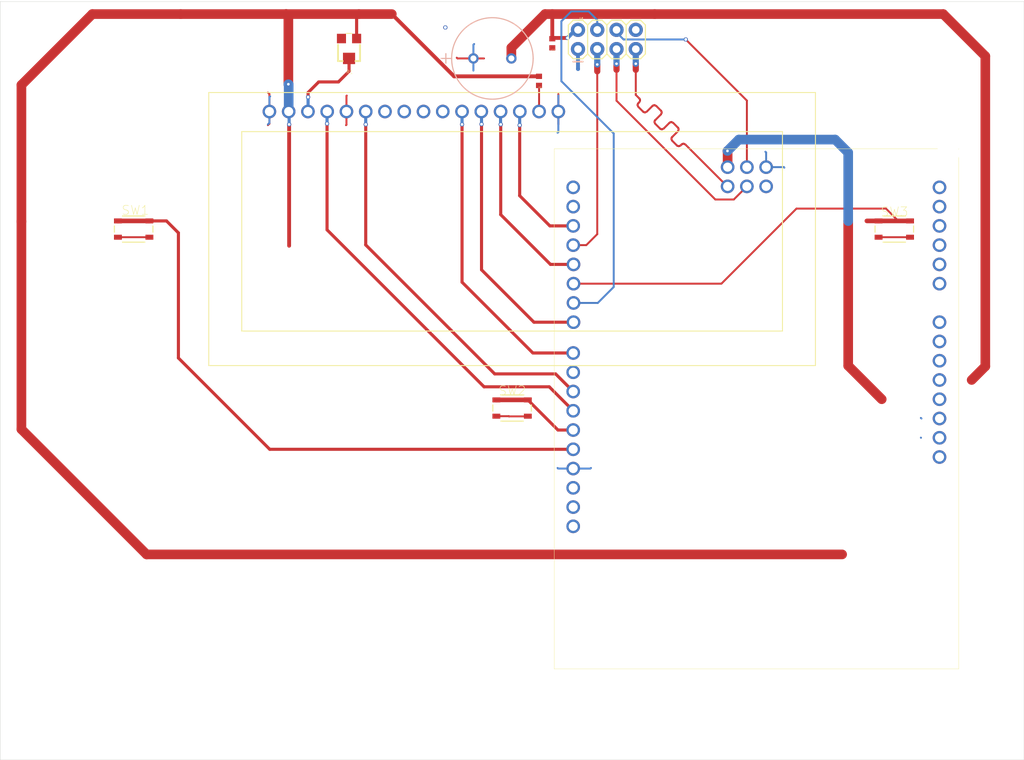
<source format=kicad_pcb>
(kicad_pcb (version 20221018) (generator pcbnew)
  (layers (0 "F.Cu" signal) (31 "B.Cu" signal) (34 "B.Paste" user) (35 "F.Paste" user) (36 "B.SilkS" user "B.Silkscreen") (37 "F.SilkS" user "F.Silkscreen") (38 "B.Mask" user) (39 "F.Mask" user) (44 "Edge.Cuts" user))
  (net 0 "")
  (net 1 "VDD5")
  (net 2 "GND")
  (net 3 "SCK")
  (net 4 "VDD")
  (net 5 "NC")
  (net 6 "PWM9")
  (net 7 "SW1")
  (net 8 "SW2")
  (net 9 "A5")
  (net 10 "A4")
  (net 11 "A3")
  (net 12 "A2")
  (net 13 "A1")
  (net 14 "A0")
  (net 15 "AREF")
  (net 16 "SDA")
  (net 17 "SCL")
  (net 18 "D4")
  (net 19 "D5")
  (net 20 "D6")
  (net 21 "D7")
  (net 22 "N$39")
  (net 23 "E")
  (net 24 "RS")
  (net 25 "V0")
  (net 26 "SW3")
  (net 27 "RCE")
  (net 28 "MISO")
  (net 29 "N$9")
  (net 30 "CSN")
  (net 31 "MOSI")
  (footprint "" (layer "F.Cu") (at 206.0011 75.0036)
    (fp_text reference "@HOLE2" hide)
    (fp_text value "" (at 0 0) (layer "F.SilkS") (effects (font (size 1.27 1.27))))
    (pad "" np_thru_hole circle (at 0 0) (size 3 3) (drill 3) (layers "*.Cu" "*.Mask"))
  )
  (footprint "Arduino_Shield_RC_Controller:0402" (layer "F.Cu") (at 152.0511 65.4636 180)
    (fp_text reference "R5" (at -0.381 -0.889) (layer "F.SilkS") (effects (font (size 0.235306 0.235306) (thickness 0.018694)) (justify right)))
    (fp_text value "470R0")
    (pad "P$1" smd rect (at 0 -0.6 180) (size 0.8 0.7) (layers "F.Cu" "F.Paste" "F.Mask") (net 22 "N$39"))
    (pad "P$2" smd rect (at 0 0.6 180) (size 0.8 0.7) (layers "F.Cu" "F.Paste" "F.Mask") (net 1 "VDD5"))
  )
  (footprint "" (layer "F.Cu") (at 91.0011 75.0036)
    (fp_text reference "@HOLE3" hide)
    (fp_text value "" (at 0 0) (layer "F.SilkS") (effects (font (size 1.27 1.27))))
    (pad "" np_thru_hole circle (at 0 0) (size 3 3) (drill 3) (layers "*.Cu" "*.Mask"))
  )
  (footprint "Arduino_Shield_RC_Controller:PTS810" (layer "F.Cu") (at 148.5011 108.6036)
    (fp_text reference "SW2" (at -1.8496 -2.286) (layer "F.SilkS") (effects (font (size 1.198372 1.198372) (thickness 0.071628)) (justify left)))
    (fp_text value "PTS810SJG250SMTRLFS" hide)
    (fp_line (start -2.54 -0.4064) (end -2.54 0.4064) (stroke (width 0.1524)) (layer "F.SilkS"))
    (fp_line (start -1.4732 1.7272) (end 1.4732 1.7272) (stroke (width 0.1524)) (layer "F.SilkS"))
    (fp_line (start 1.4732 -1.7272) (end -1.4732 -1.7272) (stroke (width 0.1524)) (layer "F.SilkS"))
    (fp_line (start 2.54 0.4064) (end 2.54 -0.4064) (stroke (width 0.1524)) (layer "F.SilkS"))
    (pad "1" smd rect (at -2.075 -1.075) (size 1.0414 0.6604) (layers "F.Cu" "F.Paste" "F.Mask") (net 8 "SW2"))
    (pad "2" smd rect (at 2.075 -1.075 180) (size 1.0414 0.6604) (layers "F.Cu" "F.Paste" "F.Mask") (net 8 "SW2"))
    (pad "3" smd rect (at -2.075 1.075) (size 1.0414 0.6604) (layers "F.Cu" "F.Paste" "F.Mask") (net 2 "GND"))
    (pad "4" smd rect (at 2.075 1.075 180) (size 1.0414 0.6604) (layers "F.Cu" "F.Paste" "F.Mask") (net 2 "GND"))
  )
  (footprint "" (layer "F.Cu") (at 91.0011 149.0036)
    (fp_text reference "@HOLE0" hide)
    (fp_text value "" (at 0 0) (layer "F.SilkS") (effects (font (size 1.27 1.27))))
    (pad "" np_thru_hole circle (at 0 0) (size 3 3) (drill 3) (layers "*.Cu" "*.Mask"))
  )
  (footprint "Arduino_Shield_RC_Controller:PTS810" (layer "F.Cu") (at 198.9011 85.0036)
    (fp_text reference "SW3" (at -1.8496 -2.286) (layer "F.SilkS") (effects (font (size 1.198372 1.198372) (thickness 0.071628)) (justify left)))
    (fp_text value "PTS810SJG250SMTRLFS" hide)
    (fp_line (start -2.54 -0.4064) (end -2.54 0.4064) (stroke (width 0.1524)) (layer "F.SilkS"))
    (fp_line (start -1.4732 1.7272) (end 1.4732 1.7272) (stroke (width 0.1524)) (layer "F.SilkS"))
    (fp_line (start 1.4732 -1.7272) (end -1.4732 -1.7272) (stroke (width 0.1524)) (layer "F.SilkS"))
    (fp_line (start 2.54 0.4064) (end 2.54 -0.4064) (stroke (width 0.1524)) (layer "F.SilkS"))
    (pad "1" smd rect (at -2.075 -1.075) (size 1.0414 0.6604) (layers "F.Cu" "F.Paste" "F.Mask") (net 26 "SW3"))
    (pad "2" smd rect (at 2.075 -1.075 180) (size 1.0414 0.6604) (layers "F.Cu" "F.Paste" "F.Mask") (net 26 "SW3"))
    (pad "3" smd rect (at -2.075 1.075) (size 1.0414 0.6604) (layers "F.Cu" "F.Paste" "F.Mask") (net 2 "GND"))
    (pad "4" smd rect (at 2.075 1.075 180) (size 1.0414 0.6604) (layers "F.Cu" "F.Paste" "F.Mask") (net 2 "GND"))
  )
  (footprint "Arduino_Shield_RC_Controller:2X4" (layer "F.Cu") (at 161.0011 60.0036)
    (fp_text reference "J1" (at -3.81 -2.667) (layer "F.SilkS") (effects (font (size 0.446837 0.446837) (thickness 0.061163)) (justify left)))
    (fp_text value "")
    (fp_line (start -4.445 2.921) (end -3.175 2.921) (stroke (width 0.2032)) (layer "B.SilkS"))
    (fp_line (start -5.08 -1.905) (end -4.445 -2.54) (stroke (width 0.1524)) (layer "F.SilkS"))
    (fp_line (start -5.08 1.905) (end -5.08 -1.905) (stroke (width 0.1524)) (layer "F.SilkS"))
    (fp_line (start -5.08 1.905) (end -4.445 2.54) (stroke (width 0.1524)) (layer "F.SilkS"))
    (fp_line (start -4.445 -2.54) (end -3.175 -2.54) (stroke (width 0.1524)) (layer "F.SilkS"))
    (fp_line (start -4.445 2.54) (end -3.175 2.54) (stroke (width 0.1524)) (layer "F.SilkS"))
    (fp_line (start -4.445 2.921) (end -3.175 2.921) (stroke (width 0.2032)) (layer "F.SilkS"))
    (fp_line (start -3.175 -2.54) (end -2.54 -1.905) (stroke (width 0.1524)) (layer "F.SilkS"))
    (fp_line (start -3.175 2.54) (end -2.54 1.905) (stroke (width 0.1524)) (layer "F.SilkS"))
    (fp_line (start -2.54 -1.905) (end -2.54 1.905) (stroke (width 0.1524)) (layer "F.SilkS"))
    (fp_line (start -2.54 -1.905) (end -1.905 -2.54) (stroke (width 0.1524)) (layer "F.SilkS"))
    (fp_line (start -2.54 1.905) (end -1.905 2.54) (stroke (width 0.1524)) (layer "F.SilkS"))
    (fp_line (start -1.905 -2.54) (end -0.635 -2.54) (stroke (width 0.1524)) (layer "F.SilkS"))
    (fp_line (start -1.905 2.54) (end -0.635 2.54) (stroke (width 0.1524)) (layer "F.SilkS"))
    (fp_line (start -0.635 -2.54) (end 0 -1.905) (stroke (width 0.1524)) (layer "F.SilkS"))
    (fp_line (start -0.635 2.54) (end 0 1.905) (stroke (width 0.1524)) (layer "F.SilkS"))
    (fp_line (start 0 -1.905) (end 0 1.905) (stroke (width 0.1524)) (layer "F.SilkS"))
    (fp_line (start 0 -1.905) (end 0.635 -2.54) (stroke (width 0.1524)) (layer "F.SilkS"))
    (fp_line (start 0 1.905) (end 0.635 2.54) (stroke (width 0.1524)) (layer "F.SilkS"))
    (fp_line (start 0.635 -2.54) (end 1.905 -2.54) (stroke (width 0.1524)) (layer "F.SilkS"))
    (fp_line (start 0.635 2.54) (end 1.905 2.54) (stroke (width 0.1524)) (layer "F.SilkS"))
    (fp_line (start 1.905 -2.54) (end 2.54 -1.905) (stroke (width 0.1524)) (layer "F.SilkS"))
    (fp_line (start 1.905 2.54) (end 2.54 1.905) (stroke (width 0.1524)) (layer "F.SilkS"))
    (fp_line (start 2.54 -1.905) (end 2.54 1.905) (stroke (width 0.1524)) (layer "F.SilkS"))
    (fp_line (start 2.54 -1.905) (end 3.175 -2.54) (stroke (width 0.1524)) (layer "F.SilkS"))
    (fp_line (start 2.54 1.905) (end 3.175 2.54) (stroke (width 0.1524)) (layer "F.SilkS"))
    (fp_line (start 3.175 -2.54) (end 4.445 -2.54) (stroke (width 0.1524)) (layer "F.SilkS"))
    (fp_line (start 3.175 2.54) (end 4.445 2.54) (stroke (width 0.1524)) (layer "F.SilkS"))
    (fp_line (start 4.445 -2.54) (end 5.08 -1.905) (stroke (width 0.1524)) (layer "F.SilkS"))
    (fp_line (start 4.445 2.54) (end 5.08 1.905) (stroke (width 0.1524)) (layer "F.SilkS"))
    (fp_line (start 5.08 -1.905) (end 5.08 1.905) (stroke (width 0.1524)) (layer "F.SilkS"))
    (pad "1" thru_hole circle (at -3.81 1.27) (size 1.8796 1.8796) (drill 1) (layers "*.Cu" "*.Mask") (net 2 "GND"))
    (pad "2" thru_hole circle (at -3.81 -1.27) (size 1.8796 1.8796) (drill 1) (layers "*.Cu" "*.Mask") (net 4 "VDD"))
    (pad "3" thru_hole circle (at -1.27 1.27) (size 1.8796 1.8796) (drill 1) (layers "*.Cu" "*.Mask") (net 27 "RCE"))
    (pad "4" thru_hole circle (at -1.27 -1.27) (size 1.8796 1.8796) (drill 1) (layers "*.Cu" "*.Mask") (net 30 "CSN"))
    (pad "5" thru_hole circle (at 1.27 1.27) (size 1.8796 1.8796) (drill 1) (layers "*.Cu" "*.Mask") (net 3 "SCK"))
    (pad "6" thru_hole circle (at 1.27 -1.27) (size 1.8796 1.8796) (drill 1) (layers "*.Cu" "*.Mask") (net 31 "MOSI"))
    (pad "7" thru_hole circle (at 3.81 1.27) (size 1.8796 1.8796) (drill 1) (layers "*.Cu" "*.Mask") (net 28 "MISO"))
    (pad "8" thru_hole circle (at 3.81 -1.27) (size 1.8796 1.8796) (drill 1) (layers "*.Cu" "*.Mask") (net 5 "NC"))
  )
  (footprint "" (layer "F.Cu") (at 206.0011 149.0036)
    (fp_text reference "@HOLE1" hide)
    (fp_text value "" (at 0 0) (layer "F.SilkS") (effects (font (size 1.27 1.27))))
    (pad "" np_thru_hole circle (at 0 0) (size 3 3) (drill 3) (layers "*.Cu" "*.Mask"))
  )
  (footprint "Arduino_Shield_RC_Controller:ARDUINO_R3" (layer "F.Cu") (at 207.4011 143.0036 90)
    (fp_text reference "AR1" hide)
    (fp_text value "" hide)
    (fp_line (start 0 -53.34) (end 68.58 -53.34) (stroke (width 0.05)) (layer "F.SilkS"))
    (fp_line (start 0 0) (end 0 -53.34) (stroke (width 0.05)) (layer "F.SilkS"))
    (fp_line (start 68.58 -53.34) (end 68.58 0) (stroke (width 0.05)) (layer "F.SilkS"))
    (fp_line (start 68.58 0) (end 0 0) (stroke (width 0.05)) (layer "F.SilkS"))
    (pad "P1" thru_hole circle (at 18.8 -50.84 90) (size 1.8 1.8) (drill 1.2) (layers "*.Cu" "*.Mask") (net 17 "SCL"))
    (pad "P2" thru_hole circle (at 21.34 -50.84 90) (size 1.8 1.8) (drill 1.2) (layers "*.Cu" "*.Mask") (net 16 "SDA"))
    (pad "P3" thru_hole circle (at 23.88 -50.84 90) (size 1.8 1.8) (drill 1.2) (layers "*.Cu" "*.Mask") (net 15 "AREF"))
    (pad "P4" thru_hole circle (at 26.42 -50.84 90) (size 1.8 1.8) (drill 1.2) (layers "*.Cu" "*.Mask") (net 2 "GND"))
    (pad "P5" thru_hole circle (at 28.96 -50.84 90) (size 1.8 1.8) (drill 1.2) (layers "*.Cu" "*.Mask") (net 7 "SW1"))
    (pad "P6" thru_hole circle (at 31.5 -50.84 90) (size 1.8 1.8) (drill 1.2) (layers "*.Cu" "*.Mask") (net 8 "SW2"))
    (pad "P7" thru_hole circle (at 34.04 -50.84 90) (size 1.8 1.8) (drill 1.2) (layers "*.Cu" "*.Mask") (net 24 "RS"))
    (pad "P8" thru_hole circle (at 36.58 -50.84 90) (size 1.8 1.8) (drill 1.2) (layers "*.Cu" "*.Mask") (net 23 "E"))
    (pad "P9" thru_hole circle (at 39.12 -50.84 90) (size 1.8 1.8) (drill 1.2) (layers "*.Cu" "*.Mask") (net 6 "PWM9"))
    (pad "P10" thru_hole circle (at 41.66 -50.84 90) (size 1.8 1.8) (drill 1.2) (layers "*.Cu" "*.Mask") (net 18 "D4"))
    (pad "P11" thru_hole circle (at 45.72 -50.8 90) (size 1.8 1.8) (drill 1.2) (layers "*.Cu" "*.Mask") (net 19 "D5"))
    (pad "P12" thru_hole circle (at 48.26 -50.8 90) (size 1.8 1.8) (drill 1.2) (layers "*.Cu" "*.Mask") (net 30 "CSN"))
    (pad "P13" thru_hole circle (at 50.8 -50.8 90) (size 1.8 1.8) (drill 1.2) (layers "*.Cu" "*.Mask") (net 26 "SW3"))
    (pad "P14" thru_hole circle (at 53.34 -50.8 90) (size 1.8 1.8) (drill 1.2) (layers "*.Cu" "*.Mask") (net 20 "D6"))
    (pad "P15" thru_hole circle (at 55.88 -50.84 90) (size 1.8 1.8) (drill 1.2) (layers "*.Cu" "*.Mask") (net 27 "RCE"))
    (pad "P16" thru_hole circle (at 58.42 -50.84 90) (size 1.8 1.8) (drill 1.2) (layers "*.Cu" "*.Mask") (net 21 "D7"))
    (pad "P17" thru_hole circle (at 60.96 -50.84 90) (size 1.8 1.8) (drill 1.2) (layers "*.Cu" "*.Mask") (net 5 "NC"))
    (pad "P18" thru_hole circle (at 63.5 -50.84 90) (size 1.8 1.8) (drill 1.2) (layers "*.Cu" "*.Mask") (net 5 "NC"))
    (pad "P19" thru_hole circle (at 63.627 -30.48 90) (size 1.8 1.8) (drill 1.2) (layers "*.Cu" "*.Mask") (net 28 "MISO"))
    (pad "P20" thru_hole circle (at 66.167 -30.48 90) (size 1.8 1.8) (drill 1.2) (layers "*.Cu" "*.Mask") (net 1 "VDD5"))
    (pad "P21" thru_hole circle (at 63.627 -27.94 90) (size 1.8 1.8) (drill 1.2) (layers "*.Cu" "*.Mask") (net 3 "SCK"))
    (pad "P22" thru_hole circle (at 66.167 -27.94 90) (size 1.8 1.8) (drill 1.2) (layers "*.Cu" "*.Mask") (net 31 "MOSI"))
    (pad "P23" thru_hole circle (at 63.627 -25.4 90) (size 1.8 1.8) (drill 1.2) (layers "*.Cu" "*.Mask") (net 29 "N$9"))
    (pad "P24" thru_hole circle (at 66.167 -25.4 90) (size 1.8 1.8) (drill 1.2) (layers "*.Cu" "*.Mask") (net 2 "GND"))
    (pad "P25" thru_hole circle (at 63.5 -2.54 90) (size 1.8 1.8) (drill 1.2) (layers "*.Cu" "*.Mask") (net 9 "A5"))
    (pad "P26" thru_hole circle (at 60.96 -2.54 90) (size 1.8 1.8) (drill 1.2) (layers "*.Cu" "*.Mask") (net 10 "A4"))
    (pad "P27" thru_hole circle (at 58.42 -2.54 90) (size 1.8 1.8) (drill 1.2) (layers "*.Cu" "*.Mask") (net 11 "A3"))
    (pad "P28" thru_hole circle (at 55.88 -2.54 90) (size 1.8 1.8) (drill 1.2) (layers "*.Cu" "*.Mask") (net 12 "A2"))
    (pad "P29" thru_hole circle (at 53.34 -2.54 90) (size 1.8 1.8) (drill 1.2) (layers "*.Cu" "*.Mask") (net 13 "A1"))
    (pad "P30" thru_hole circle (at 50.8 -2.54 90) (size 1.8 1.8) (drill 1.2) (layers "*.Cu" "*.Mask") (net 14 "A0"))
    (pad "P31" thru_hole circle (at 45.72 -2.54 90) (size 1.8 1.8) (drill 1.2) (layers "*.Cu" "*.Mask") (net 1 "VDD5"))
    (pad "P32" thru_hole circle (at 43.18 -2.54 90) (size 1.8 1.8) (drill 1.2) (layers "*.Cu" "*.Mask") (net 2 "GND"))
    (pad "P33" thru_hole circle (at 40.64 -2.54 90) (size 1.8 1.8) (drill 1.2) (layers "*.Cu" "*.Mask") (net 2 "GND"))
    (pad "P34" thru_hole circle (at 38.1 -2.54 90) (size 1.8 1.8) (drill 1.2) (layers "*.Cu" "*.Mask") (net 1 "VDD5"))
    (pad "P35" thru_hole circle (at 35.56 -2.54 90) (size 1.8 1.8) (drill 1.2) (layers "*.Cu" "*.Mask") (net 4 "VDD"))
    (pad "P36" thru_hole circle (at 33.02 -2.54 90) (size 1.8 1.8) (drill 1.2) (layers "*.Cu" "*.Mask") (net 5 "NC"))
    (pad "P37" thru_hole circle (at 30.48 -2.54 90) (size 1.8 1.8) (drill 1.2) (layers "*.Cu" "*.Mask") (net 5 "NC"))
    (pad "P38" thru_hole circle (at 27.94 -2.54 90) (size 1.8 1.8) (drill 1.2) (layers "*.Cu" "*.Mask") (net 5 "NC"))
  )
  (footprint "Arduino_Shield_RC_Controller:PTS810" (layer "F.Cu") (at 98.6011 85.0036)
    (fp_text reference "SW1" (at -1.6496 -2.486) (layer "F.SilkS") (effects (font (size 1.198372 1.198372) (thickness 0.071628)) (justify left)))
    (fp_text value "PTS810SJG250SMTRLFS" hide)
    (fp_line (start -2.54 -0.4064) (end -2.54 0.4064) (stroke (width 0.1524)) (layer "F.SilkS"))
    (fp_line (start -1.4732 1.7272) (end 1.4732 1.7272) (stroke (width 0.1524)) (layer "F.SilkS"))
    (fp_line (start 1.4732 -1.7272) (end -1.4732 -1.7272) (stroke (width 0.1524)) (layer "F.SilkS"))
    (fp_line (start 2.54 0.4064) (end 2.54 -0.4064) (stroke (width 0.1524)) (layer "F.SilkS"))
    (pad "1" smd rect (at -2.075 -1.075) (size 1.0414 0.6604) (layers "F.Cu" "F.Paste" "F.Mask") (net 7 "SW1"))
    (pad "2" smd rect (at 2.075 -1.075 180) (size 1.0414 0.6604) (layers "F.Cu" "F.Paste" "F.Mask") (net 7 "SW1"))
    (pad "3" smd rect (at -2.075 1.075) (size 1.0414 0.6604) (layers "F.Cu" "F.Paste" "F.Mask") (net 2 "GND"))
    (pad "4" smd rect (at 2.075 1.075 180) (size 1.0414 0.6604) (layers "F.Cu" "F.Paste" "F.Mask") (net 2 "GND"))
  )
  (footprint "Arduino_Shield_RC_Controller:0402" (layer "F.Cu") (at 153.8011 60.5036 180)
    (fp_text reference "C1" (at -0.381 -0.889) (layer "F.SilkS") (effects (font (size 0.235306 0.235306) (thickness 0.018694)) (justify right)))
    (fp_text value "0.1uF")
    (pad "P$1" smd rect (at 0 -0.6 180) (size 0.8 0.7) (layers "F.Cu" "F.Paste" "F.Mask") (net 2 "GND"))
    (pad "P$2" smd rect (at 0 0.6 180) (size 0.8 0.7) (layers "F.Cu" "F.Paste" "F.Mask") (net 4 "VDD"))
  )
  (footprint "Arduino_Shield_RC_Controller:ADM1602K" (layer "F.Cu") (at 148.5011 85.0036)
    (fp_text reference "LCD1" hide)
    (fp_text value "" hide)
    (fp_line (start -40 -18) (end 40 -18) (stroke (width 0.127)) (layer "F.SilkS"))
    (fp_line (start -40 18) (end -40 -18) (stroke (width 0.127)) (layer "F.SilkS"))
    (fp_line (start -35.65 -12.85) (end 35.65 -12.85) (stroke (width 0.127)) (layer "F.SilkS"))
    (fp_line (start -35.65 13.45) (end -35.65 -12.85) (stroke (width 0.127)) (layer "F.SilkS"))
    (fp_line (start 35.65 -12.85) (end 35.65 13.45) (stroke (width 0.127)) (layer "F.SilkS"))
    (fp_line (start 35.65 13.45) (end -35.65 13.45) (stroke (width 0.127)) (layer "F.SilkS"))
    (fp_line (start 40 -18) (end 40 18) (stroke (width 0.127)) (layer "F.SilkS"))
    (fp_line (start 40 18) (end -40 18) (stroke (width 0.127)) (layer "F.SilkS"))
    (pad "" np_thru_hole circle (at -37.5 -15.5) (size 3 3) (drill 3) (layers "*.Cu" "*.Mask"))
    (pad "" np_thru_hole circle (at -37.5 15.5) (size 3 3) (drill 3) (layers "*.Cu" "*.Mask"))
    (pad "" np_thru_hole circle (at 37.5 -15.5) (size 3 3) (drill 3) (layers "*.Cu" "*.Mask"))
    (pad "" np_thru_hole circle (at 37.5 15.5) (size 3 3) (drill 3) (layers "*.Cu" "*.Mask"))
    (pad "P1" thru_hole circle (at -32 -15.5) (size 1.8 1.8) (drill 1.2) (layers "*.Cu" "*.Mask") (net 2 "GND"))
    (pad "P2" thru_hole circle (at -29.46 -15.5) (size 1.8 1.8) (drill 1.2) (layers "*.Cu" "*.Mask") (net 1 "VDD5"))
    (pad "P3" thru_hole circle (at -26.92 -15.5) (size 1.8 1.8) (drill 1.2) (layers "*.Cu" "*.Mask") (net 25 "V0"))
    (pad "P4" thru_hole circle (at -24.38 -15.5) (size 1.8 1.8) (drill 1.2) (layers "*.Cu" "*.Mask") (net 24 "RS"))
    (pad "P5" thru_hole circle (at -21.84 -15.5) (size 1.8 1.8) (drill 1.2) (layers "*.Cu" "*.Mask") (net 2 "GND"))
    (pad "P6" thru_hole circle (at -19.3 -15.5) (size 1.8 1.8) (drill 1.2) (layers "*.Cu" "*.Mask") (net 23 "E"))
    (pad "P7" thru_hole circle (at -16.76 -15.5) (size 1.8 1.8) (drill 1.2) (layers "*.Cu" "*.Mask") (net 5 "NC"))
    (pad "P8" thru_hole circle (at -14.22 -15.5) (size 1.8 1.8) (drill 1.2) (layers "*.Cu" "*.Mask") (net 5 "NC"))
    (pad "P9" thru_hole circle (at -11.68 -15.5) (size 1.8 1.8) (drill 1.2) (layers "*.Cu" "*.Mask") (net 5 "NC"))
    (pad "P10" thru_hole circle (at -9.14 -15.5) (size 1.8 1.8) (drill 1.2) (layers "*.Cu" "*.Mask") (net 5 "NC"))
    (pad "P11" thru_hole circle (at -6.6 -15.5) (size 1.8 1.8) (drill 1.2) (layers "*.Cu" "*.Mask") (net 18 "D4"))
    (pad "P12" thru_hole circle (at -4.06 -15.5) (size 1.8 1.8) (drill 1.2) (layers "*.Cu" "*.Mask") (net 19 "D5"))
    (pad "P13" thru_hole circle (at -1.52 -15.5) (size 1.8 1.8) (drill 1.2) (layers "*.Cu" "*.Mask") (net 20 "D6"))
    (pad "P14" thru_hole circle (at 1.02 -15.5) (size 1.8 1.8) (drill 1.2) (layers "*.Cu" "*.Mask") (net 21 "D7"))
    (pad "P15" thru_hole circle (at 3.56 -15.5) (size 1.8 1.8) (drill 1.2) (layers "*.Cu" "*.Mask") (net 22 "N$39"))
    (pad "P16" thru_hole circle (at 6.1 -15.5) (size 1.8 1.8) (drill 1.2) (layers "*.Cu" "*.Mask") (net 2 "GND"))
  )
  (footprint "Arduino_Shield_RC_Controller:RTRIM3103" (layer "F.Cu") (at 127.0011 61.1036 180)
    (fp_text reference "R1" (at 0.405 -3.195) (layer "F.SilkS") (effects (font (size 0.470611 0.470611) (thickness 0.037389)) (justify left)))
    (fp_text value "")
    (fp_line (start -1.45 -1.75) (end -0.85 -1.75) (stroke (width 0.254)) (layer "F.SilkS"))
    (fp_line (start -1.45 0.4) (end -1.45 -1.75) (stroke (width 0.254)) (layer "F.SilkS"))
    (fp_line (start -0.4 1.9) (end 0.4 1.9) (stroke (width 0.127)) (layer "F.SilkS"))
    (fp_line (start 1.45 -1.75) (end 0.85 -1.75) (stroke (width 0.254)) (layer "F.SilkS"))
    (fp_line (start 1.45 0.4) (end 1.45 -1.75) (stroke (width 0.254)) (layer "F.SilkS"))
    (pad "1" smd rect (at -1 1.225 180) (size 1.2 1.25) (layers "F.Cu" "F.Paste" "F.Mask") (net 1 "VDD5"))
    (pad "2" smd rect (at 0 -1.4 180) (size 1.6 1.5) (layers "F.Cu" "F.Paste" "F.Mask") (net 25 "V0"))
    (pad "3" smd rect (at 1 1.225 180) (size 1.2 1.25) (layers "F.Cu" "F.Paste" "F.Mask") (net 2 "GND"))
  )
  (footprint "Arduino_Shield_RC_Controller:CAP_YX_10X16_RUB" (layer "B.Cu") (at 143.4011 62.5036)
    (fp_text reference "C2")
    (fp_text value "CAP_470UF_RAD_TH" hide)
    (fp_line (start -4.2672 0) (end -2.9972 0) (stroke (width 0.1524)) (layer "B.SilkS"))
    (fp_line (start -3.6322 0.635) (end -3.6322 -0.635) (stroke (width 0.1524)) (layer "B.SilkS"))
    (fp_arc (start -2.8702 0) (mid 2.5019 -5.3721) (end 7.874 0) (stroke (width 0.1524)) (layer "B.SilkS"))
    (fp_arc (start 7.874 0) (mid 2.5019 5.3721) (end -2.8702 0) (stroke (width 0.1524)) (layer "B.SilkS"))
    (pad "1" thru_hole circle (at 0 0) (size 1.3716 1.3716) (drill 0.795) (layers "*.Cu" "*.Mask") (net 2 "GND"))
    (pad "2" thru_hole circle (at 5.0038 0 180) (size 1.3716 1.3716) (drill 0.795) (layers "*.Cu" "*.Mask") (net 4 "VDD"))
  )
  (gr_line (start 216.0011 155.0036) (end 216.0011 55.0036) (stroke (width 0.05)) (layer "Edge.Cuts"))
  (gr_line (start 81.0011 155.0036) (end 216.0011 155.0036) (stroke (width 0.05)) (layer "Edge.Cuts"))
  (gr_line (start 81.0011 55.0036) (end 81.0011 155.0036) (stroke (width 0.05)) (layer "Edge.Cuts"))
  (gr_line (start 216.0011 55.0036) (end 81.0011 55.0036) (stroke (width 0.05)) (layer "Edge.Cuts"))
  (segment (start 118.7011 56.6546) (end 104.8011 56.6546) (width 1.27) (layer "F.Cu") (net 1))
  (segment (start 192.0211 127.9036) (end 100.3011 127.9036) (width 1.27) (layer "F.Cu") (net 1))
  (segment (start 140.8511 64.8636) (end 132.6421 56.6546) (width 0.508) (layer "F.Cu") (net 1))
  (segment (start 93.1501 56.6546) (end 104.8011 56.6546) (width 1.27) (layer "F.Cu") (net 1))
  (segment (start 104.5501 56.6546) (end 104.8011 56.6546) (width 0.254) (layer "F.Cu") (net 1))
  (segment (start 176.9211 74.7236) (end 176.9011 74.7036) (width 1.27) (layer "F.Cu") (net 1))
  (segment (start 119.1011 87.2036) (end 119.1011 71.2036) (width 0.508) (layer "F.Cu") (net 1))
  (segment (start 128.0011 59.8786) (end 128.0011 56.9546) (width 0.4064) (layer "F.Cu") (net 1))
  (segment (start 176.9211 76.8366) (end 176.9211 74.7236) (width 1.27) (layer "F.Cu") (net 1))
  (segment (start 83.8011 66.0036) (end 93.1501 56.6546) (width 1.27) (layer "F.Cu") (net 1))
  (segment (start 152.0511 64.8636) (end 140.8511 64.8636) (width 0.508) (layer "F.Cu") (net 1))
  (segment (start 132.6421 56.6546) (end 128.3011 56.6546) (width 1.27) (layer "F.Cu") (net 1))
  (segment (start 83.8011 111.4036) (end 83.8011 84.0036) (width 1.27) (layer "F.Cu") (net 1))
  (segment (start 192.8211 103.0236) (end 197.2411 107.4436) (width 1.27) (layer "F.Cu") (net 1))
  (segment (start 119.0011 56.9546) (end 118.7011 56.6546) (width 1.27) (layer "F.Cu") (net 1))
  (segment (start 83.8611 83.9436) (end 83.8011 84.0036) (width 0.4064) (layer "F.Cu") (net 1))
  (segment (start 192.8211 83.9536) (end 192.8211 103.0236) (width 1.27) (layer "F.Cu") (net 1))
  (segment (start 128.0011 56.9546) (end 128.3011 56.6546) (width 0.4064) (layer "F.Cu") (net 1))
  (segment (start 119.0011 65.9036) (end 119.0011 56.9546) (width 1.27) (layer "F.Cu") (net 1))
  (segment (start 83.8011 84.0036) (end 83.8011 66.0036) (width 1.27) (layer "F.Cu") (net 1))
  (segment (start 128.3011 56.6546) (end 118.7011 56.6546) (width 1.27) (layer "F.Cu") (net 1))
  (segment (start 100.3011 127.9036) (end 83.8011 111.4036) (width 1.27) (layer "F.Cu") (net 1))
  (via (at 119.1011 71.2036) (size 0.5532) (drill 0.35) (layers "F.Cu" "B.Cu") (net 1))
  (via (at 119.0011 65.9036) (size 0.5532) (drill 0.35) (layers "F.Cu" "B.Cu") (net 1))
  (via (at 176.9011 74.7036) (size 0.5532) (drill 0.35) (layers "F.Cu" "B.Cu") (net 1))
  (segment (start 176.9011 74.7036) (end 178.4011 73.2036) (width 1.27) (layer "B.Cu") (net 1))
  (segment (start 119.0411 69.5036) (end 119.0411 65.9436) (width 1.27) (layer "B.Cu") (net 1))
  (segment (start 192.8211 74.9236) (end 192.8211 83.9536) (width 1.27) (layer "B.Cu") (net 1))
  (segment (start 119.1011 69.5636) (end 119.0411 69.5036) (width 0.4064) (layer "B.Cu") (net 1))
  (segment (start 191.1011 73.2036) (end 192.8211 74.9236) (width 1.27) (layer "B.Cu") (net 1))
  (segment (start 119.0411 65.9436) (end 119.0011 65.9036) (width 1.27) (layer "B.Cu") (net 1))
  (segment (start 178.4011 73.2036) (end 191.1011 73.2036) (width 1.27) (layer "B.Cu") (net 1))
  (segment (start 119.1011 71.2036) (end 119.1011 69.5636) (width 0.4064) (layer "B.Cu") (net 1))
  (segment (start 126.6611 67.4436) (end 126.7011 67.4036) (width 0.254) (layer "F.Cu") (net 2))
  (segment (start 196.8261 86.0786) (end 200.9761 86.0786) (width 0.254) (layer "F.Cu") (net 2))
  (segment (start 141.3011 62.5036) (end 141.2011 62.4036) (width 0.254) (layer "F.Cu") (net 2))
  (segment (start 116.5011 67.2036) (end 116.3011 67.0036) (width 0.254) (layer "F.Cu") (net 2))
  (segment (start 146.4261 109.6786) (end 148.0761 109.6786) (width 0.254) (layer "F.Cu") (net 2))
  (segment (start 126.6611 69.5036) (end 126.6611 67.4436) (width 0.254) (layer "F.Cu") (net 2))
  (segment (start 143.4011 62.5036) (end 144.8011 62.5036) (width 0.254) (layer "F.Cu") (net 2))
  (segment (start 126.6611 69.5036) (end 126.6611 71.2436) (width 0.254) (layer "F.Cu") (net 2))
  (segment (start 154.6011 69.5036) (end 154.6011 71.2036) (width 0.254) (layer "F.Cu") (net 2))
  (segment (start 126.6611 71.2436) (end 126.6011 71.3036) (width 0.254) (layer "F.Cu") (net 2))
  (segment (start 148.1011 109.7036) (end 150.5511 109.7036) (width 0.254) (layer "F.Cu") (net 2))
  (segment (start 150.5511 109.7036) (end 150.5761 109.6786) (width 0.254) (layer "F.Cu") (net 2))
  (segment (start 148.0761 109.6786) (end 148.1011 109.7036) (width 0.254) (layer "F.Cu") (net 2))
  (segment (start 154.6011 69.5036) (end 154.6011 67.2036) (width 0.254) (layer "F.Cu") (net 2))
  (segment (start 116.5011 69.5036) (end 116.5011 67.2036) (width 0.254) (layer "F.Cu") (net 2))
  (segment (start 116.5011 71.1036) (end 116.3011 71.3036) (width 0.254) (layer "F.Cu") (net 2))
  (segment (start 116.5011 69.5036) (end 116.5011 71.1036) (width 0.254) (layer "F.Cu") (net 2))
  (segment (start 143.4011 62.5036) (end 141.3011 62.5036) (width 0.254) (layer "F.Cu") (net 2))
  (segment (start 96.5261 86.0786) (end 100.6761 86.0786) (width 0.254) (layer "F.Cu") (net 2))
  (via (at 139.7 58.42) (size 0.5532) (drill 0.35) (layers "F.Cu" "B.Cu") (net 2))
  (segment (start 154.6011 72.2036) (end 154.5011 72.3036) (width 0.254) (layer "B.Cu") (net 2))
  (segment (start 154.6011 69.5036) (end 154.6011 72.2036) (width 0.254) (layer "B.Cu") (net 2))
  (segment (start 182.0011 76.8366) (end 184.3341 76.8366) (width 0.254) (layer "B.Cu") (net 2))
  (segment (start 116.5011 69.5036) (end 116.5011 67.6036) (width 0.254) (layer "B.Cu") (net 2))
  (segment (start 156.5611 116.5836) (end 154.5811 116.5836) (width 0.254) (layer "B.Cu") (net 2))
  (segment (start 116.5011 69.5036) (end 116.5011 71.0036) (width 0.254) (layer "B.Cu") (net 2))
  (segment (start 156.5611 116.5836) (end 158.8211 116.5836) (width 0.254) (layer "B.Cu") (net 2))
  (segment (start 184.3341 76.8366) (end 184.4011 76.9036) (width 0.254) (layer "B.Cu") (net 2))
  (segment (start 157.1911 61.2736) (end 157.1911 63.8936) (width 0.508) (layer "B.Cu") (net 2))
  (segment (start 143.4011 62.5036) (end 143.4011 64.1036) (width 0.254) (layer "B.Cu") (net 2))
  (segment (start 182.0011 76.8366) (end 182.0011 74.9036) (width 0.254) (layer "B.Cu") (net 2))
  (segment (start 143.4011 60.7036) (end 143.5011 60.6036) (width 0.254) (layer "B.Cu") (net 2))
  (segment (start 154.5811 116.5836) (end 154.5011 116.5036) (width 0.254) (layer "B.Cu") (net 2))
  (segment (start 202.4211 112.5236) (end 202.4011 112.5036) (width 0.254) (layer "B.Cu") (net 2))
  (segment (start 158.8211 116.5836) (end 158.9011 116.5036) (width 0.254) (layer "B.Cu") (net 2))
  (segment (start 154.6011 69.5036) (end 154.6011 67.4036) (width 0.254) (layer "B.Cu") (net 2))
  (segment (start 182.0011 74.9036) (end 181.9011 74.8036) (width 0.254) (layer "B.Cu") (net 2))
  (segment (start 116.5011 71.0036) (end 116.3011 71.2036) (width 0.254) (layer "B.Cu") (net 2))
  (segment (start 116.5011 67.6036) (end 116.6011 67.5036) (width 0.254) (layer "B.Cu") (net 2))
  (segment (start 157.1911 63.8936) (end 157.2011 63.9036) (width 0.508) (layer "B.Cu") (net 2))
  (segment (start 143.4011 62.5036) (end 143.4011 60.7036) (width 0.254) (layer "B.Cu") (net 2))
  (segment (start 202.4811 109.9836) (end 202.4011 109.9036) (width 0.254) (layer "B.Cu") (net 2))
  (segment (start 162.2711 64.0036) (end 162.2711 63.2036) (width 0.8128) (layer "F.Cu") (net 3))
  (segment (start 177.7341 81.1036) (end 175.3011 81.1036) (width 0.254) (layer "F.Cu") (net 3))
  (segment (start 179.4611 79.3766) (end 177.7341 81.1036) (width 0.254) (layer "F.Cu") (net 3))
  (segment (start 162.2711 68.0736) (end 162.2711 64.0036) (width 0.254) (layer "F.Cu") (net 3))
  (segment (start 162.2711 68.0736) (end 175.3011 81.1036) (width 0.254) (layer "F.Cu") (net 3))
  (via (at 162.2711 63.2036) (size 0.5532) (drill 0.35) (layers "F.Cu" "B.Cu") (net 3))
  (segment (start 162.2711 63.2036) (end 162.2711 61.2736) (width 0.8128) (layer "B.Cu") (net 3))
  (segment (start 210.9011 62.2036) (end 205.3521 56.6546) (width 1.27) (layer "F.Cu") (net 4))
  (segment (start 209.1011 104.9036) (end 210.9011 103.1036) (width 1.27) (layer "F.Cu") (net 4))
  (segment (start 152.8501 56.6546) (end 148.4049 61.0998) (width 1.27) (layer "F.Cu") (net 4))
  (segment (start 153.8011 56.6546) (end 152.8501 56.6546) (width 1.27) (layer "F.Cu") (net 4))
  (segment (start 153.9011 59.8036) (end 155.8011 59.8036) (width 0.508) (layer "F.Cu") (net 4))
  (segment (start 153.8011 59.9036) (end 153.9011 59.8036) (width 0.508) (layer "F.Cu") (net 4))
  (segment (start 205.3521 56.6546) (end 167.3011 56.6546) (width 1.27) (layer "F.Cu") (net 4))
  (segment (start 153.8011 59.9036) (end 153.8011 56.6546) (width 0.508) (layer "F.Cu") (net 4))
  (segment (start 210.9011 103.1036) (end 210.9011 62.2036) (width 1.27) (layer "F.Cu") (net 4))
  (segment (start 148.4049 61.0998) (end 148.4049 62.5036) (width 1.27) (layer "F.Cu") (net 4))
  (segment (start 167.3011 56.6546) (end 153.8011 56.6546) (width 1.27) (layer "F.Cu") (net 4))
  (via (at 155.8011 59.8036) (size 0.5532) (drill 0.35) (layers "F.Cu" "B.Cu") (net 4))
  (segment (start 155.8011 59.8036) (end 156.8711 58.7336) (width 0.508) (layer "B.Cu") (net 4))
  (segment (start 156.8711 58.7336) (end 157.1911 58.7336) (width 0.508) (layer "B.Cu") (net 4))
  (segment (start 96.5111 83.9436) (end 96.5261 83.9286) (width 0.6096) (layer "F.Cu") (net 7))
  (segment (start 156.5611 114.0436) (end 116.5411 114.0436) (width 0.4064) (layer "F.Cu") (net 7))
  (segment (start 96.5261 83.9286) (end 100.6761 83.9286) (width 0.6096) (layer "F.Cu") (net 7))
  (segment (start 104.5011 102.0036) (end 104.5011 85.5036) (width 0.4064) (layer "F.Cu") (net 7))
  (segment (start 104.5011 85.5036) (end 102.9261 83.9286) (width 0.4064) (layer "F.Cu") (net 7))
  (segment (start 116.5411 114.0436) (end 104.5011 102.0036) (width 0.4064) (layer "F.Cu") (net 7))
  (segment (start 102.9261 83.9286) (end 100.6761 83.9286) (width 0.4064) (layer "F.Cu") (net 7))
  (segment (start 156.5611 111.5036) (end 154.5511 111.5036) (width 0.4064) (layer "F.Cu") (net 8))
  (segment (start 154.5511 111.5036) (end 150.5761 107.5286) (width 0.4064) (layer "F.Cu") (net 8))
  (segment (start 146.4261 107.5286) (end 150.5761 107.5286) (width 0.6096) (layer "F.Cu") (net 8))
  (segment (start 146.4211 107.5336) (end 146.4261 107.5286) (width 0.6096) (layer "F.Cu") (net 8))
  (segment (start 156.5611 101.3436) (end 151.2411 101.3436) (width 0.4064) (layer "F.Cu") (net 18))
  (segment (start 141.9011 92.0036) (end 141.9011 71.2036) (width 0.4064) (layer "F.Cu") (net 18))
  (segment (start 151.2411 101.3436) (end 141.9011 92.0036) (width 0.4064) (layer "F.Cu") (net 18))
  (via (at 141.9011 71.2036) (size 0.5532) (drill 0.35) (layers "F.Cu" "B.Cu") (net 18))
  (segment (start 141.9011 71.2036) (end 141.9011 69.5036) (width 0.4064) (layer "B.Cu") (net 18))
  (segment (start 156.6011 97.2836) (end 151.3811 97.2836) (width 0.4064) (layer "F.Cu") (net 19))
  (segment (start 144.4711 90.3736) (end 144.4711 71.1736) (width 0.4064) (layer "F.Cu") (net 19))
  (segment (start 151.3811 97.2836) (end 144.4711 90.3736) (width 0.4064) (layer "F.Cu") (net 19))
  (via (at 144.4711 71.1736) (size 0.5532) (drill 0.35) (layers "F.Cu" "B.Cu") (net 19))
  (segment (start 144.4711 71.1736) (end 144.4711 69.5336) (width 0.4064) (layer "B.Cu") (net 19))
  (segment (start 144.4711 69.5336) (end 144.4411 69.5036) (width 0.4064) (layer "B.Cu") (net 19))
  (segment (start 147.0011 83.1036) (end 147.0011 71.2036) (width 0.4064) (layer "F.Cu") (net 20))
  (segment (start 156.6011 89.6636) (end 153.5611 89.6636) (width 0.4064) (layer "F.Cu") (net 20))
  (segment (start 153.5611 89.6636) (end 147.0011 83.1036) (width 0.4064) (layer "F.Cu") (net 20))
  (via (at 147.0011 71.2036) (size 0.5532) (drill 0.35) (layers "F.Cu" "B.Cu") (net 20))
  (segment (start 146.9811 71.1836) (end 146.9811 69.5036) (width 0.4064) (layer "B.Cu") (net 20))
  (segment (start 147.0011 71.2036) (end 146.9811 71.1836) (width 0.4064) (layer "B.Cu") (net 20))
  (segment (start 156.5611 84.5836) (end 153.4811 84.5836) (width 0.4064) (layer "F.Cu") (net 21))
  (segment (start 149.5011 80.6036) (end 149.5011 71.3036) (width 0.4064) (layer "F.Cu") (net 21))
  (segment (start 153.4811 84.5836) (end 149.5011 80.6036) (width 0.4064) (layer "F.Cu") (net 21))
  (via (at 149.5011 71.3036) (size 0.5532) (drill 0.35) (layers "F.Cu" "B.Cu") (net 21))
  (segment (start 149.5011 69.5236) (end 149.5211 69.5036) (width 0.4064) (layer "B.Cu") (net 21))
  (segment (start 149.5011 71.3036) (end 149.5011 69.5236) (width 0.4064) (layer "B.Cu") (net 21))
  (segment (start 152.0611 69.5036) (end 152.0611 66.0736) (width 0.254) (layer "F.Cu") (net 22))
  (segment (start 152.0611 66.0736) (end 152.0511 66.0636) (width 0.254) (layer "F.Cu") (net 22))
  (segment (start 129.2011 87.093869) (end 129.2011 71.2036) (width 0.4064) (layer "F.Cu") (net 23))
  (segment (start 154.2399 104.1024) (end 146.209631 104.1024) (width 0.4064) (layer "F.Cu") (net 23))
  (segment (start 156.5611 106.4236) (end 154.2399 104.1024) (width 0.4064) (layer "F.Cu") (net 23))
  (segment (start 146.209631 104.1024) (end 129.2011 87.093869) (width 0.4064) (layer "F.Cu") (net 23))
  (via (at 129.2011 71.2036) (size 0.5532) (drill 0.35) (layers "F.Cu" "B.Cu") (net 23))
  (segment (start 129.2011 71.2036) (end 129.2011 69.5036) (width 0.4064) (layer "B.Cu") (net 23))
  (segment (start 124.1011 85.1036) (end 124.1011 71.1036) (width 0.4064) (layer "F.Cu") (net 24))
  (segment (start 153.4011 105.8036) (end 144.8011 105.8036) (width 0.4064) (layer "F.Cu") (net 24))
  (segment (start 144.8011 105.8036) (end 124.1011 85.1036) (width 0.4064) (layer "F.Cu") (net 24))
  (segment (start 156.5611 108.9636) (end 153.4011 105.8036) (width 0.4064) (layer "F.Cu") (net 24))
  (via (at 124.1011 71.1036) (size 0.5532) (drill 0.35) (layers "F.Cu" "B.Cu") (net 24))
  (segment (start 124.1011 71.1036) (end 124.1011 69.5236) (width 0.4064) (layer "B.Cu") (net 24))
  (segment (start 124.1011 69.5236) (end 124.1211 69.5036) (width 0.4064) (layer "B.Cu") (net 24))
  (segment (start 127.0011 62.5036) (end 127.0011 64.2036) (width 0.4064) (layer "F.Cu") (net 25))
  (segment (start 125.6011 65.6036) (end 123.0011 65.6036) (width 0.4064) (layer "F.Cu") (net 25))
  (segment (start 123.0011 65.6036) (end 121.6011 67.0036) (width 0.4064) (layer "F.Cu") (net 25))
  (segment (start 121.6011 67.0036) (end 121.6011 67.6036) (width 0.4064) (layer "F.Cu") (net 25))
  (segment (start 127.0011 64.2036) (end 125.6011 65.6036) (width 0.4064) (layer "F.Cu") (net 25))
  (via (at 121.6011 67.6036) (size 0.5532) (drill 0.35) (layers "F.Cu" "B.Cu") (net 25))
  (segment (start 121.6011 67.6036) (end 121.6011 69.4836) (width 0.4064) (layer "B.Cu") (net 25))
  (segment (start 121.6011 69.4836) (end 121.5811 69.5036) (width 0.4064) (layer "B.Cu") (net 25))
  (segment (start 176.1011 92.2036) (end 186.0011 82.3036) (width 0.254) (layer "F.Cu") (net 26))
  (segment (start 156.6011 92.2036) (end 176.1011 92.2036) (width 0.254) (layer "F.Cu") (net 26))
  (segment (start 197.8011 82.3036) (end 199.4261 83.9286) (width 0.254) (layer "F.Cu") (net 26))
  (segment (start 199.4261 83.9286) (end 200.9761 83.9286) (width 0.254) (layer "F.Cu") (net 26))
  (segment (start 196.8261 83.9286) (end 195.2861 83.9286) (width 0.6096) (layer "F.Cu") (net 26))
  (segment (start 186.0011 82.3036) (end 197.8011 82.3036) (width 0.254) (layer "F.Cu") (net 26))
  (segment (start 200.9761 83.9286) (end 196.8261 83.9286) (width 0.6096) (layer "F.Cu") (net 26))
  (segment (start 158.2811 87.1236) (end 156.5611 87.1236) (width 0.254) (layer "F.Cu") (net 27))
  (segment (start 159.7311 64.2036) (end 159.7311 63.3036) (width 0.8128) (layer "F.Cu") (net 27))
  (segment (start 159.7311 85.6736) (end 159.7311 64.2036) (width 0.254) (layer "F.Cu") (net 27))
  (segment (start 159.7311 85.6736) (end 158.2811 87.1236) (width 0.254) (layer "F.Cu") (net 27))
  (via (at 159.7311 63.3036) (size 0.5532) (drill 0.35) (layers "F.Cu" "B.Cu") (net 27))
  (segment (start 159.7311 63.3036) (end 159.7311 61.2736) (width 0.8128) (layer "B.Cu") (net 27))
  (segment (start 164.8111 64.0036) (end 164.8111 63.2036) (width 0.8128) (layer "F.Cu") (net 28))
  (segment (start 169.549458 72.947108) (end 169.515078 73.052919) (width 0.254) (layer "F.Cu") (net 28))
  (segment (start 168.499925 71.742175) (end 169.239675 71.002425) (width 0.254) (layer "F.Cu") (net 28))
  (segment (start 165.338966 67.86608) (end 165.373346 67.971891) (width 0.254) (layer "F.Cu") (net 28))
  (segment (start 169.329682 70.937031) (end 169.435493 70.90265) (width 0.254) (layer "F.Cu") (net 28))
  (segment (start 171.155281 73.753825) (end 171.3511 73.8536) (width 0.254) (layer "F.Cu") (net 28))
  (segment (start 165.155143 68.397394) (end 165.155143 68.397394) (width 0.254) (layer "F.Cu") (net 28))
  (segment (start 169.239675 71.002425) (end 169.239674 71.002426) (width 0.254) (layer "F.Cu") (net 28))
  (segment (start 170.454375 71.810277) (end 170.454375 71.921533) (width 0.254) (layer "F.Cu") (net 28))
  (segment (start 167.205638 68.672797) (end 167.316895 68.672796) (width 0.254) (layer "F.Cu") (net 28))
  (segment (start 165.373346 67.971891) (end 165.373346 68.083147) (width 0.254) (layer "F.Cu") (net 28))
  (segment (start 168.124746 69.384603) (end 168.19014 69.474611) (width 0.254) (layer "F.Cu") (net 28))
  (segment (start 169.239674 71.002426) (end 169.329682 70.937031) (width 0.254) (layer "F.Cu") (net 28))
  (segment (start 168.22452 69.580422) (end 168.22452 69.691678) (width 0.254) (layer "F.Cu") (net 28))
  (segment (start 170.3546 71.614457) (end 170.3546 71.614456) (width 0.254) (layer "F.Cu") (net 28))
  (segment (start 165.767178 69.51232) (end 165.857186 69.577714) (width 0.254) (layer "F.Cu") (net 28))
  (segment (start 164.8111 67.3136) (end 165.273571 67.776072) (width 0.254) (layer "F.Cu") (net 28))
  (segment (start 167.997031 71.742175) (end 168.087039 71.80757) (width 0.254) (layer "F.Cu") (net 28))
  (segment (start 167.319601 70.717255) (end 167.285221 70.823066) (width 0.254) (layer "F.Cu") (net 28))
  (segment (start 168.19014 69.474611) (end 168.22452 69.580422) (width 0.254) (layer "F.Cu") (net 28))
  (segment (start 167.316895 68.672796) (end 167.512715 68.772572) (width 0.254) (layer "F.Cu") (net 28))
  (segment (start 169.614853 72.8571) (end 169.549458 72.947108) (width 0.254) (layer "F.Cu") (net 28))
  (segment (start 165.767178 69.512319) (end 165.767178 69.51232) (width 0.254) (layer "F.Cu") (net 28))
  (segment (start 168.304106 71.84195) (end 168.499925 71.742175) (width 0.254) (layer "F.Cu") (net 28))
  (segment (start 170.316892 74.037424) (end 170.422703 74.071804) (width 0.254) (layer "F.Cu") (net 28))
  (segment (start 167.384996 71.130141) (end 167.997031 71.742175) (width 0.254) (layer "F.Cu") (net 28))
  (segment (start 169.742568 71.002425) (end 170.3546 71.614457) (width 0.254) (layer "F.Cu") (net 28))
  (segment (start 167.512715 68.772572) (end 168.124746 69.384604) (width 0.254) (layer "F.Cu") (net 28))
  (segment (start 170.3546 72.117354) (end 169.614853 72.8571) (width 0.254) (layer "F.Cu") (net 28))
  (segment (start 167.285221 70.934322) (end 167.384996 71.130141) (width 0.254) (layer "F.Cu") (net 28))
  (segment (start 168.22452 69.691678) (end 168.124746 69.887497) (width 0.254) (layer "F.Cu") (net 28))
  (segment (start 165.155143 68.397394) (end 165.089748 68.487402) (width 0.254) (layer "F.Cu") (net 28))
  (segment (start 168.124746 69.384604) (end 168.124746 69.384603) (width 0.254) (layer "F.Cu") (net 28))
  (segment (start 170.729778 73.972029) (end 170.848206 73.8536) (width 0.254) (layer "F.Cu") (net 28))
  (segment (start 167.285221 70.823066) (end 167.285221 70.934322) (width 0.254) (layer "F.Cu") (net 28))
  (segment (start 166.270071 69.512319) (end 167.009818 68.772572) (width 0.254) (layer "F.Cu") (net 28))
  (segment (start 169.515078 73.164175) (end 169.614853 73.359994) (width 0.254) (layer "F.Cu") (net 28))
  (segment (start 165.273571 68.278966) (end 165.155143 68.397394) (width 0.254) (layer "F.Cu") (net 28))
  (segment (start 164.8111 64.0036) (end 164.8111 67.3136) (width 0.254) (layer "F.Cu") (net 28))
  (segment (start 165.055368 68.593213) (end 165.055368 68.704469) (width 0.254) (layer "F.Cu") (net 28))
  (segment (start 170.454375 71.921533) (end 170.3546 72.117354) (width 0.254) (layer "F.Cu") (net 28))
  (segment (start 168.087039 71.80757) (end 168.19285 71.84195) (width 0.254) (layer "F.Cu") (net 28))
  (segment (start 165.373346 68.083147) (end 165.273571 68.278966) (width 0.254) (layer "F.Cu") (net 28))
  (segment (start 166.074253 69.612094) (end 166.270071 69.512319) (width 0.254) (layer "F.Cu") (net 28))
  (segment (start 165.055368 68.704469) (end 165.155143 68.900288) (width 0.254) (layer "F.Cu") (net 28))
  (segment (start 167.384996 70.627247) (end 167.319601 70.717255) (width 0.254) (layer "F.Cu") (net 28))
  (segment (start 169.515078 73.052919) (end 169.515078 73.164175) (width 0.254) (layer "F.Cu") (net 28))
  (segment (start 170.226884 73.972029) (end 170.226884 73.972029) (width 0.254) (layer "F.Cu") (net 28))
  (segment (start 170.226884 73.972029) (end 170.316892 74.037424) (width 0.254) (layer "F.Cu") (net 28))
  (segment (start 165.089748 68.487402) (end 165.055368 68.593213) (width 0.254) (layer "F.Cu") (net 28))
  (segment (start 170.419995 71.704465) (end 170.454375 71.810277) (width 0.254) (layer "F.Cu") (net 28))
  (segment (start 169.614853 72.8571) (end 169.614853 72.8571) (width 0.254) (layer "F.Cu") (net 28))
  (segment (start 176.8741 79.3766) (end 176.9211 79.3766) (width 0.254) (layer "F.Cu") (net 28))
  (segment (start 170.848206 73.8536) (end 170.938214 73.788205) (width 0.254) (layer "F.Cu") (net 28))
  (segment (start 169.546749 70.90265) (end 169.742568 71.002425) (width 0.254) (layer "F.Cu") (net 28))
  (segment (start 165.962997 69.612094) (end 166.074253 69.612094) (width 0.254) (layer "F.Cu") (net 28))
  (segment (start 165.273571 67.776072) (end 165.273571 67.776072) (width 0.254) (layer "F.Cu") (net 28))
  (segment (start 170.3546 71.614456) (end 170.419995 71.704465) (width 0.254) (layer "F.Cu") (net 28))
  (segment (start 167.009817 68.772573) (end 167.099826 68.707177) (width 0.254) (layer "F.Cu") (net 28))
  (segment (start 170.533959 74.071804) (end 170.729778 73.972029) (width 0.254) (layer "F.Cu") (net 28))
  (segment (start 165.857186 69.577714) (end 165.962997 69.612094) (width 0.254) (layer "F.Cu") (net 28))
  (segment (start 170.422703 74.071804) (end 170.533959 74.071804) (width 0.254) (layer "F.Cu") (net 28))
  (segment (start 167.099826 68.707177) (end 167.205638 68.672797) (width 0.254) (layer "F.Cu") (net 28))
  (segment (start 169.614853 73.359994) (end 170.226884 73.972029) (width 0.254) (layer "F.Cu") (net 28))
  (segment (start 165.273571 67.776072) (end 165.338966 67.86608) (width 0.254) (layer "F.Cu") (net 28))
  (segment (start 171.3511 73.8536) (end 176.8741 79.3766) (width 0.254) (layer "F.Cu") (net 28))
  (segment (start 169.435493 70.90265) (end 169.546749 70.90265) (width 0.254) (layer "F.Cu") (net 28))
  (segment (start 171.044025 73.753825) (end 171.155281 73.753825) (width 0.254) (layer "F.Cu") (net 28))
  (segment (start 170.848206 73.8536) (end 170.848206 73.8536) (width 0.254) (layer "F.Cu") (net 28))
  (segment (start 167.384996 70.627247) (end 167.384996 70.627247) (width 0.254) (layer "F.Cu") (net 28))
  (segment (start 170.938214 73.788205) (end 171.044025 73.753825) (width 0.254) (layer "F.Cu") (net 28))
  (segment (start 167.009818 68.772572) (end 167.009817 68.772573) (width 0.254) (layer "F.Cu") (net 28))
  (segment (start 168.19285 71.84195) (end 168.304106 71.84195) (width 0.254) (layer "F.Cu") (net 28))
  (segment (start 165.155143 68.900288) (end 165.767178 69.512319) (width 0.254) (layer "F.Cu") (net 28))
  (segment (start 168.124746 69.887497) (end 167.384996 70.627247) (width 0.254) (layer "F.Cu") (net 28))
  (segment (start 167.997031 71.742175) (end 167.997031 71.742175) (width 0.254) (layer "F.Cu") (net 28))
  (via (at 164.8111 63.2036) (size 0.5532) (drill 0.35) (layers "F.Cu" "B.Cu") (net 28))
  (segment (start 164.8111 63.2036) (end 164.8111 61.2736) (width 0.8128) (layer "B.Cu") (net 28))
  (segment (start 158.6011 56.3036) (end 159.7311 57.4336) (width 0.254) (layer "B.Cu") (net 30))
  (segment (start 159.8011 94.7436) (end 156.6011 94.7436) (width 0.254) (layer "B.Cu") (net 30))
  (segment (start 155.0011 65.5036) (end 155.0011 57.6036) (width 0.254) (layer "B.Cu") (net 30))
  (segment (start 161.9011 92.6436) (end 159.8011 94.7436) (width 0.254) (layer "B.Cu") (net 30))
  (segment (start 155.0011 57.6036) (end 156.3011 56.3036) (width 0.254) (layer "B.Cu") (net 30))
  (segment (start 155.0011 65.5036) (end 161.9011 72.4036) (width 0.254) (layer "B.Cu") (net 30))
  (segment (start 159.7311 58.7336) (end 159.7311 57.4336) (width 0.254) (layer "B.Cu") (net 30))
  (segment (start 156.3011 56.3036) (end 158.6011 56.3036) (width 0.254) (layer "B.Cu") (net 30))
  (segment (start 161.9011 72.4036) (end 161.9011 92.6436) (width 0.254) (layer "B.Cu") (net 30))
  (segment (start 179.4611 68.0636) (end 171.4011 60.0036) (width 0.254) (layer "F.Cu") (net 31))
  (segment (start 179.4611 68.0636) (end 179.4611 76.8366) (width 0.254) (layer "F.Cu") (net 31))
  (via (at 171.4011 60.0036) (size 0.5532) (drill 0.35) (layers "F.Cu" "B.Cu") (net 31))
  (segment (start 163.2011 60.0036) (end 171.4011 60.0036) (width 0.254) (layer "B.Cu") (net 31))
  (segment (start 163.2011 60.0036) (end 162.2711 59.0736) (width 0.254) (layer "B.Cu") (net 31))
  (segment (start 162.2711 59.0736) (end 162.2711 58.7336) (width 0.254) (layer "B.Cu") (net 31))
)
</source>
